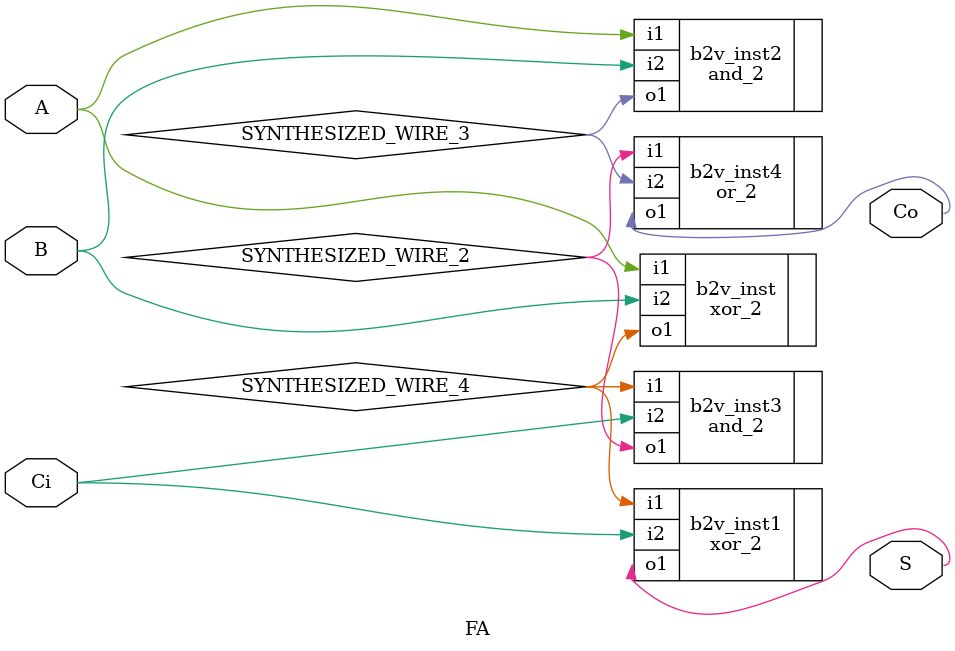
<source format=v>


module FA(
	A,
	B,
	Ci,
	S,
	Co
);


input wire	A;
input wire	B;
input wire	Ci;
output wire	S;
output wire	Co;

wire	SYNTHESIZED_WIRE_4;
wire	SYNTHESIZED_WIRE_2;
wire	SYNTHESIZED_WIRE_3;





xor_2	b2v_inst(
	.i1(A),
	.i2(B),
	.o1(SYNTHESIZED_WIRE_4));


xor_2	b2v_inst1(
	.i1(SYNTHESIZED_WIRE_4),
	.i2(Ci),
	.o1(S));


and_2	b2v_inst2(
	.i1(A),
	.i2(B),
	.o1(SYNTHESIZED_WIRE_3));


and_2	b2v_inst3(
	.i1(SYNTHESIZED_WIRE_4),
	.i2(Ci),
	.o1(SYNTHESIZED_WIRE_2));


or_2	b2v_inst4(
	.i1(SYNTHESIZED_WIRE_2),
	.i2(SYNTHESIZED_WIRE_3),
	.o1(Co));


endmodule

</source>
